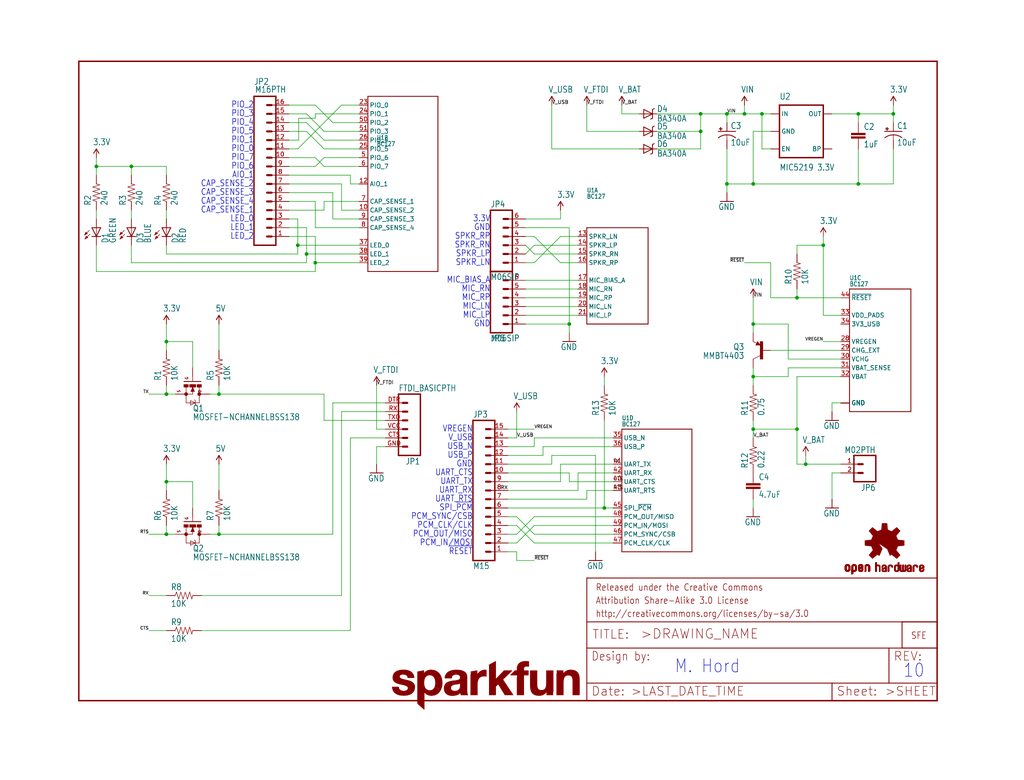
<source format=kicad_sch>
(kicad_sch (version 20211123) (generator eeschema)
  (paper "User" 297.002 226.263)
  (lib_symbols
    (symbol "schematicEagle-eagle-import:0.22OHM1{slash}4W1%(0805)"
      (property "Reference" "R" (at -3.81 1.4986 0))
      (property "Value" "0.22OHM1{slash}4W1%(0805)" (at -3.81 -3.302 0))
      (symbol "0.22OHM1{slash}4W1%(0805)_1_0"
        (pin passive line (at -5.08 0 0) (length 2.54) (name "1") (number "1"))
        (pin passive line (at 5.08 0 180) (length 2.54) (name "2") (number "2"))
      )
    )
    (symbol "schematicEagle-eagle-import:0.75OHM1{slash}4W1%(0805)"
      (property "Reference" "R" (at -3.81 1.4986 0))
      (property "Value" "0.75OHM1{slash}4W1%(0805)" (at -3.81 -3.302 0))
      (symbol "0.75OHM1{slash}4W1%(0805)_1_0"
        (pin passive line (at -5.08 0 0) (length 2.54) (name "1") (number "1"))
        (pin passive line (at 5.08 0 180) (length 2.54) (name "2") (number "2"))
      )
    )
    (symbol "schematicEagle-eagle-import:10KOHM1{slash}10W1%(0603)0603"
      (property "Reference" "R" (at -3.81 1.4986 0))
      (property "Value" "10KOHM1{slash}10W1%(0603)0603" (at -3.81 -3.302 0))
      (symbol "10KOHM1{slash}10W1%(0603)0603_1_0"
        (pin passive line (at -5.08 0 0) (length 2.54) (name "1") (number "1"))
        (pin passive line (at 5.08 0 180) (length 2.54) (name "2") (number "2"))
      )
    )
    (symbol "schematicEagle-eagle-import:10UF-16V-10%(TANT)"
      (property "Reference" "C" (at 1.016 0.635 0))
      (property "Value" "10UF-16V-10%(TANT)" (at 1.016 -4.191 0))
      (symbol "10UF-16V-10%(TANT)_1_0"
        (pin passive line (at 0 2.54 270) (length 2.54) (name "+") (number "A"))
        (pin passive line (at 0 -5.08 90) (length 2.54) (name "-") (number "C"))
      )
    )
    (symbol "schematicEagle-eagle-import:1UF-25V-10%(0805)"
      (property "Reference" "C" (at 1.524 2.921 0))
      (property "Value" "1UF-25V-10%(0805)" (at 1.524 -2.159 0))
      (symbol "1UF-25V-10%(0805)_1_0"
        (pin passive line (at 0 5.08 270) (length 2.54) (name "1") (number "1"))
        (pin passive line (at 0 -2.54 90) (length 2.54) (name "2") (number "2"))
      )
    )
    (symbol "schematicEagle-eagle-import:240OHM1{slash}10W1%(0603)"
      (property "Reference" "R" (at -3.81 1.4986 0))
      (property "Value" "240OHM1{slash}10W1%(0603)" (at -3.81 -3.302 0))
      (symbol "240OHM1{slash}10W1%(0603)_1_0"
        (pin passive line (at -5.08 0 0) (length 2.54) (name "1") (number "1"))
        (pin passive line (at 5.08 0 180) (length 2.54) (name "2") (number "2"))
      )
    )
    (symbol "schematicEagle-eagle-import:3.3V" (power)
      (property "Value" "3.3V" (at -1.016 3.556 0))
      (symbol "3.3V_1_0"
        (pin power_in line (at 0 0 90) (length 2.54) (name "3.3V") (number "1"))
      )
    )
    (symbol "schematicEagle-eagle-import:4.7UF-6.3V-10%(0603)0603"
      (property "Reference" "C" (at 1.524 2.921 0))
      (property "Value" "4.7UF-6.3V-10%(0603)0603" (at 1.524 -2.159 0))
      (symbol "4.7UF-6.3V-10%(0603)0603_1_0"
        (pin passive line (at 0 5.08 270) (length 2.54) (name "1") (number "1"))
        (pin passive line (at 0 -2.54 90) (length 2.54) (name "2") (number "2"))
      )
    )
    (symbol "schematicEagle-eagle-import:5V" (power)
      (property "Value" "5V" (at -1.016 3.556 0))
      (symbol "5V_1_0"
        (pin power_in line (at 0 0 90) (length 2.54) (name "5V") (number "1"))
      )
    )
    (symbol "schematicEagle-eagle-import:B340A"
      (property "Reference" "D" (at 2.54 0.4826 0))
      (property "Value" "B340A" (at 2.54 -2.3114 0))
      (symbol "B340A_1_0"
        (pin passive line (at -2.54 0 0) (length 2.54) (name "A") (number "A"))
        (pin passive line (at 2.54 0 180) (length 2.54) (name "C") (number "C"))
      )
    )
    (symbol "schematicEagle-eagle-import:BC127EXTRA_PASTE"
      (property "Reference" "U" (at 0 38.1 0))
      (property "Value" "BC127EXTRA_PASTE" (at 0 36.322 0))
      (symbol "BC127EXTRA_PASTE_1_0"
        (pin bidirectional line (at -2.54 25.4 0) (length 2.54) (name "SPKR_LN") (number "13"))
        (pin bidirectional line (at -2.54 22.86 0) (length 2.54) (name "SPKR_LP") (number "14"))
        (pin bidirectional line (at -2.54 20.32 0) (length 2.54) (name "SPKR_RN") (number "15"))
        (pin bidirectional line (at -2.54 17.78 0) (length 2.54) (name "SPKR_RP") (number "16"))
        (pin bidirectional line (at -2.54 12.7 0) (length 2.54) (name "MIC_BIAS_A") (number "17"))
        (pin bidirectional line (at -2.54 10.16 0) (length 2.54) (name "MIC_RN") (number "18"))
        (pin bidirectional line (at -2.54 7.62 0) (length 2.54) (name "MIC_RP") (number "19"))
        (pin bidirectional line (at -2.54 5.08 0) (length 2.54) (name "MIC_LN") (number "20"))
        (pin bidirectional line (at -2.54 2.54 0) (length 2.54) (name "MIC_LP") (number "21"))
      )
      (symbol "BC127EXTRA_PASTE_2_0"
        (pin bidirectional line (at -5.08 17.78 0) (length 2.54) (name "CAP_SENSE_2") (number "10"))
        (pin bidirectional line (at -5.08 25.4 0) (length 2.54) (name "AIO_1") (number "12"))
        (pin bidirectional line (at -5.08 48.26 0) (length 2.54) (name "PIO_0") (number "23"))
        (pin bidirectional line (at -5.08 45.72 0) (length 2.54) (name "PIO_1") (number "24"))
        (pin bidirectional line (at -5.08 35.56 0) (length 2.54) (name "PIO_5") (number "25"))
        (pin bidirectional line (at -5.08 38.1 0) (length 2.54) (name "PIO_4") (number "26"))
        (pin bidirectional line (at -5.08 7.62 0) (length 2.54) (name "LED_0") (number "37"))
        (pin bidirectional line (at -5.08 5.08 0) (length 2.54) (name "LED_1") (number "38"))
        (pin bidirectional line (at -5.08 2.54 0) (length 2.54) (name "LED_2") (number "39"))
        (pin bidirectional line (at -5.08 33.02 0) (length 2.54) (name "PIO_6") (number "5"))
        (pin bidirectional line (at -5.08 43.18 0) (length 2.54) (name "PIO_2") (number "50"))
        (pin bidirectional line (at -5.08 40.64 0) (length 2.54) (name "PIO_3") (number "51"))
        (pin bidirectional line (at -5.08 30.48 0) (length 2.54) (name "PIO_7") (number "6"))
        (pin bidirectional line (at -5.08 20.32 0) (length 2.54) (name "CAP_SENSE_1") (number "7"))
        (pin bidirectional line (at -5.08 12.7 0) (length 2.54) (name "CAP_SENSE_4") (number "8"))
        (pin bidirectional line (at -5.08 15.24 0) (length 2.54) (name "CAP_SENSE_3") (number "9"))
      )
      (symbol "BC127EXTRA_PASTE_3_0"
        (pin bidirectional line (at -2.54 2.54 0) (length 2.54) (name "GND") (number "1"))
        (pin bidirectional line (at -2.54 2.54 0) (length 2.54) (name "GND") (number "11"))
        (pin bidirectional line (at -2.54 2.54 0) (length 2.54) (name "GND") (number "2"))
        (pin bidirectional line (at -2.54 2.54 0) (length 2.54) (name "GND") (number "22"))
        (pin bidirectional line (at -2.54 2.54 0) (length 2.54) (name "GND") (number "27"))
        (pin bidirectional line (at -2.54 20.32 0) (length 2.54) (name "VREGEN") (number "28"))
        (pin bidirectional line (at -2.54 17.78 0) (length 2.54) (name "CHG_EXT") (number "29"))
        (pin bidirectional line (at -2.54 2.54 0) (length 2.54) (name "GND") (number "3"))
        (pin bidirectional line (at -2.54 15.24 0) (length 2.54) (name "VCHG") (number "30"))
        (pin bidirectional line (at -2.54 12.7 0) (length 2.54) (name "VBAT_SENSE") (number "31"))
        (pin bidirectional line (at -2.54 10.16 0) (length 2.54) (name "VBAT") (number "32"))
        (pin bidirectional line (at -2.54 27.94 0) (length 2.54) (name "VDD_PADS") (number "33"))
        (pin bidirectional line (at -2.54 25.4 0) (length 2.54) (name "3V3_USB") (number "34"))
        (pin bidirectional line (at -2.54 2.54 0) (length 2.54) (name "GND") (number "4"))
        (pin bidirectional line (at -2.54 33.02 0) (length 2.54) (name "~{RESET}") (number "44"))
      )
      (symbol "BC127EXTRA_PASTE_4_0"
        (pin bidirectional line (at -2.54 33.02 0) (length 2.54) (name "USB_N") (number "35"))
        (pin bidirectional line (at -2.54 30.48 0) (length 2.54) (name "USB_P") (number "36"))
        (pin bidirectional line (at -2.54 20.32 0) (length 2.54) (name "UART_CTS") (number "40"))
        (pin bidirectional line (at -2.54 25.4 0) (length 2.54) (name "UART_TX") (number "41"))
        (pin bidirectional line (at -2.54 22.86 0) (length 2.54) (name "UART_RX") (number "42"))
        (pin bidirectional line (at -2.54 17.78 0) (length 2.54) (name "UART_RTS") (number "43"))
        (pin bidirectional line (at -2.54 12.7 0) (length 2.54) (name "SPI_~{PCM}") (number "45"))
        (pin bidirectional line (at -2.54 5.08 0) (length 2.54) (name "PCM_SYNC/CSB") (number "46"))
        (pin bidirectional line (at -2.54 2.54 0) (length 2.54) (name "PCM_CLK/CLK") (number "47"))
        (pin bidirectional line (at -2.54 10.16 0) (length 2.54) (name "PCM_OUT/MISO") (number "48"))
        (pin bidirectional line (at -2.54 7.62 0) (length 2.54) (name "PCM_IN/MOSI") (number "49"))
      )
    )
    (symbol "schematicEagle-eagle-import:FRAME-LETTER"
      (symbol "FRAME-LETTER_2_0"
        (text ">DRAWING_NAME" (at 15.494 17.78 0) (effects (font (size 2.7432 2.7432)) (justify left bottom)))
        (text ">LAST_DATE_TIME" (at 12.7 1.27 0) (effects (font (size 2.54 2.54)) (justify left bottom)))
        (text ">SHEET" (at 86.36 1.27 0) (effects (font (size 2.54 2.54)) (justify left bottom)))
        (text "Attribution Share-Alike 3.0 License" (at 2.54 27.94 0) (effects (font (size 1.9304 1.6408)) (justify left bottom)))
        (text "Date:" (at 1.27 1.27 0) (effects (font (size 2.54 2.54)) (justify left bottom)))
        (text "Design by:" (at 1.27 11.43 0) (effects (font (size 2.54 2.159)) (justify left bottom)))
        (text "http://creativecommons.org/licenses/by-sa/3.0" (at 2.54 24.13 0) (effects (font (size 1.9304 1.6408)) (justify left bottom)))
        (text "Released under the Creative Commons" (at 2.54 31.75 0) (effects (font (size 1.9304 1.6408)) (justify left bottom)))
        (text "REV:" (at 88.9 11.43 0) (effects (font (size 2.54 2.54)) (justify left bottom)))
        (text "Sheet:" (at 72.39 1.27 0) (effects (font (size 2.54 2.54)) (justify left bottom)))
        (text "TITLE:" (at 1.524 17.78 0) (effects (font (size 2.54 2.54)) (justify left bottom)))
      )
    )
    (symbol "schematicEagle-eagle-import:FTDI_BASICPTH"
      (property "Reference" "JP" (at -5.08 10.922 0))
      (property "Value" "FTDI_BASICPTH" (at -5.08 -10.16 0))
      (symbol "FTDI_BASICPTH_1_0"
        (pin passive line (at 5.08 5.08 180) (length 5.08) (name "5") (number "CTS"))
        (pin passive line (at 5.08 -5.08 180) (length 5.08) (name "1") (number "DTR"))
        (pin passive line (at 5.08 7.62 180) (length 5.08) (name "6") (number "GND"))
        (pin passive line (at 5.08 -2.54 180) (length 5.08) (name "2") (number "RXI"))
        (pin passive line (at 5.08 0 180) (length 5.08) (name "3") (number "TXO"))
        (pin passive line (at 5.08 2.54 180) (length 5.08) (name "4") (number "VCC"))
      )
    )
    (symbol "schematicEagle-eagle-import:GND" (power)
      (property "Value" "GND" (at -2.54 -2.54 0))
      (symbol "GND_1_0"
        (pin power_in line (at 0 2.54 270) (length 2.54) (name "GND") (number "1"))
      )
    )
    (symbol "schematicEagle-eagle-import:LED-BLUE0603"
      (property "Reference" "D" (at 3.556 -4.572 90))
      (property "Value" "LED-BLUE0603" (at 5.715 -4.572 90))
      (symbol "LED-BLUE0603_1_0"
        (pin passive line (at 0 2.54 270) (length 2.54) (name "A") (number "A"))
        (pin passive line (at 0 -5.08 90) (length 2.54) (name "C") (number "C"))
      )
    )
    (symbol "schematicEagle-eagle-import:LED-GREEN0603"
      (property "Reference" "D" (at 3.556 -4.572 90))
      (property "Value" "LED-GREEN0603" (at 5.715 -4.572 90))
      (symbol "LED-GREEN0603_1_0"
        (pin passive line (at 0 2.54 270) (length 2.54) (name "A") (number "A"))
        (pin passive line (at 0 -5.08 90) (length 2.54) (name "C") (number "C"))
      )
    )
    (symbol "schematicEagle-eagle-import:LED-RED0603"
      (property "Reference" "D" (at 3.556 -4.572 90))
      (property "Value" "LED-RED0603" (at 5.715 -4.572 90))
      (symbol "LED-RED0603_1_0"
        (pin passive line (at 0 2.54 270) (length 2.54) (name "A") (number "A"))
        (pin passive line (at 0 -5.08 90) (length 2.54) (name "C") (number "C"))
      )
    )
    (symbol "schematicEagle-eagle-import:LOGO-SFENEW"
      (symbol "LOGO-SFENEW_1_0"
        (text "SFE" (at 0 0 0) (effects (font (size 1.9304 1.6408)) (justify left bottom)))
      )
    )
    (symbol "schematicEagle-eagle-import:M02PTH"
      (property "Reference" "JP" (at -2.54 5.842 0))
      (property "Value" "M02PTH" (at -2.54 -5.08 0))
      (symbol "M02PTH_1_0"
        (pin passive line (at 7.62 0 180) (length 5.08) (name "1") (number "1"))
        (pin passive line (at 7.62 2.54 180) (length 5.08) (name "2") (number "2"))
      )
    )
    (symbol "schematicEagle-eagle-import:M06SIP"
      (property "Reference" "JP" (at -5.08 10.922 0))
      (property "Value" "M06SIP" (at -5.08 -10.16 0))
      (symbol "M06SIP_1_0"
        (pin passive line (at 5.08 -5.08 180) (length 5.08) (name "1") (number "1"))
        (pin passive line (at 5.08 -2.54 180) (length 5.08) (name "2") (number "2"))
        (pin passive line (at 5.08 0 180) (length 5.08) (name "3") (number "3"))
        (pin passive line (at 5.08 2.54 180) (length 5.08) (name "4") (number "4"))
        (pin passive line (at 5.08 5.08 180) (length 5.08) (name "5") (number "5"))
        (pin passive line (at 5.08 7.62 180) (length 5.08) (name "6") (number "6"))
      )
    )
    (symbol "schematicEagle-eagle-import:M15"
      (property "Reference" "JP" (at 0 21.082 0))
      (property "Value" "M15" (at 0 -22.86 0))
      (symbol "M15_1_0"
        (pin passive line (at 10.16 -17.78 180) (length 5.08) (name "1") (number "1"))
        (pin passive line (at 10.16 5.08 180) (length 5.08) (name "10") (number "10"))
        (pin passive line (at 10.16 7.62 180) (length 5.08) (name "11") (number "11"))
        (pin passive line (at 10.16 10.16 180) (length 5.08) (name "12") (number "12"))
        (pin passive line (at 10.16 12.7 180) (length 5.08) (name "13") (number "13"))
        (pin passive line (at 10.16 15.24 180) (length 5.08) (name "14") (number "14"))
        (pin passive line (at 10.16 17.78 180) (length 5.08) (name "15") (number "15"))
        (pin passive line (at 10.16 -15.24 180) (length 5.08) (name "2") (number "2"))
        (pin passive line (at 10.16 -12.7 180) (length 5.08) (name "3") (number "3"))
        (pin passive line (at 10.16 -10.16 180) (length 5.08) (name "4") (number "4"))
        (pin passive line (at 10.16 -7.62 180) (length 5.08) (name "5") (number "5"))
        (pin passive line (at 10.16 -5.08 180) (length 5.08) (name "6") (number "6"))
        (pin passive line (at 10.16 -2.54 180) (length 5.08) (name "7") (number "7"))
        (pin passive line (at 10.16 0 180) (length 5.08) (name "8") (number "8"))
        (pin passive line (at 10.16 2.54 180) (length 5.08) (name "9") (number "9"))
      )
    )
    (symbol "schematicEagle-eagle-import:M16PTH"
      (property "Reference" "JP" (at 0 21.082 0))
      (property "Value" "M16PTH" (at 0 -25.4 0))
      (symbol "M16PTH_1_0"
        (pin passive line (at 10.16 -20.32 180) (length 5.08) (name "1") (number "1"))
        (pin passive line (at 10.16 2.54 180) (length 5.08) (name "10") (number "10"))
        (pin passive line (at 10.16 5.08 180) (length 5.08) (name "11") (number "11"))
        (pin passive line (at 10.16 7.62 180) (length 5.08) (name "12") (number "12"))
        (pin passive line (at 10.16 10.16 180) (length 5.08) (name "13") (number "13"))
        (pin passive line (at 10.16 12.7 180) (length 5.08) (name "14") (number "14"))
        (pin passive line (at 10.16 15.24 180) (length 5.08) (name "15") (number "15"))
        (pin passive line (at 10.16 17.78 180) (length 5.08) (name "16") (number "16"))
        (pin passive line (at 10.16 -17.78 180) (length 5.08) (name "2") (number "2"))
        (pin passive line (at 10.16 -15.24 180) (length 5.08) (name "3") (number "3"))
        (pin passive line (at 10.16 -12.7 180) (length 5.08) (name "4") (number "4"))
        (pin passive line (at 10.16 -10.16 180) (length 5.08) (name "5") (number "5"))
        (pin passive line (at 10.16 -7.62 180) (length 5.08) (name "6") (number "6"))
        (pin passive line (at 10.16 -5.08 180) (length 5.08) (name "7") (number "7"))
        (pin passive line (at 10.16 -2.54 180) (length 5.08) (name "8") (number "8"))
        (pin passive line (at 10.16 0 180) (length 5.08) (name "9") (number "9"))
      )
    )
    (symbol "schematicEagle-eagle-import:MOSFET-NCHANNELBSS138"
      (property "Reference" "Q" (at 5.08 2.54 0))
      (property "Value" "MOSFET-NCHANNELBSS138" (at 5.08 0 0))
      (symbol "MOSFET-NCHANNELBSS138_1_0"
        (text "D" (at -1.27 2.54 0) (effects (font (size 0.8128 0.6908)) (justify left bottom)))
        (text "G" (at -5.08 -1.27 0) (effects (font (size 0.8128 0.6908)) (justify left bottom)))
        (text "S" (at -1.27 -3.556 0) (effects (font (size 0.8128 0.6908)) (justify left bottom)))
        (pin passive line (at -7.62 0 0) (length 2.54) (name "G") (number "1"))
        (pin passive line (at 0 -5.08 90) (length 2.54) (name "S") (number "2"))
        (pin passive line (at 0 5.08 270) (length 2.54) (name "D") (number "3"))
      )
    )
    (symbol "schematicEagle-eagle-import:OSHW-LOGOM")
    (symbol "schematicEagle-eagle-import:SFE_LOGO_NAME.1_INCH")
    (symbol "schematicEagle-eagle-import:TRANSISTOR_PNPMMBT4403"
      (property "Reference" "Q" (at 5.08 0 0))
      (property "Value" "TRANSISTOR_PNPMMBT4403" (at 5.08 -2.54 0))
      (symbol "TRANSISTOR_PNPMMBT4403_1_0"
        (pin passive line (at -2.54 0 0) (length 2.54) (name "B") (number "1"))
        (pin passive line (at 2.54 5.08 270) (length 2.54) (name "E") (number "2"))
        (pin passive line (at 2.54 -5.08 90) (length 2.54) (name "C") (number "3"))
      )
    )
    (symbol "schematicEagle-eagle-import:V_REG_MIC52193.3V"
      (property "Reference" "U" (at -7.62 9.144 0))
      (property "Value" "V_REG_MIC52193.3V" (at -7.62 -11.43 0))
      (symbol "V_REG_MIC52193.3V_1_0"
        (pin input line (at -10.16 5.08 0) (length 2.54) (name "IN") (number "1"))
        (pin input line (at -10.16 0 0) (length 2.54) (name "GND") (number "2"))
        (pin input line (at -10.16 -5.08 0) (length 2.54) (name "EN") (number "3"))
        (pin input line (at 7.62 -5.08 180) (length 2.54) (name "BP") (number "4"))
        (pin passive line (at 7.62 5.08 180) (length 2.54) (name "OUT") (number "5"))
      )
    )
  )
  (junction (at 91.44 76.2))
  (junction (at 165.1 93.98))
  (junction (at 38.1 48.26))
  (junction (at 238.76 71.12))
  (junction (at 215.9 33.02))
  (junction (at 231.14 86.36))
  (junction (at 27.94 48.26))
  (junction (at 86.36 71.12))
  (junction (at 48.26 114.3))
  (junction (at 175.26 147.32))
  (junction (at 248.92 33.02))
  (junction (at 259.08 33.02))
  (junction (at 48.26 99.06))
  (junction (at 210.82 53.34))
  (junction (at 63.5 154.94))
  (junction (at 48.26 154.94))
  (junction (at 218.44 124.46))
  (junction (at 218.44 109.22))
  (junction (at 88.9 73.66))
  (junction (at 248.92 53.34))
  (junction (at 210.82 33.02))
  (junction (at 203.2 33.02))
  (junction (at 203.2 38.1))
  (junction (at 218.44 53.34))
  (junction (at 233.68 134.62))
  (junction (at 218.44 93.98))
  (junction (at 231.14 124.46))
  (junction (at 220.98 33.02))
  (junction (at 63.5 114.3))
  (junction (at 48.26 139.7))
  (wire (pts (xy 215.9 33.02) (xy 220.98 33.02)))
  (wire (pts (xy 218.44 109.22) (xy 228.6 109.22)))
  (wire (pts (xy 238.76 71.12) (xy 231.14 71.12)))
  (wire (pts (xy 177.8 134.62) (xy 162.56 134.62)))
  (wire (pts (xy 170.18 144.78) (xy 147.32 144.78)))
  (wire (pts (xy 165.1 137.16) (xy 147.32 137.16)))
  (wire (pts (xy 101.6 53.34) (xy 104.14 53.34)))
  (wire (pts (xy 38.1 76.2) (xy 88.9 76.2)))
  (wire (pts (xy 165.1 93.98) (xy 165.1 96.52)))
  (wire (pts (xy 231.14 124.46) (xy 231.14 109.22)))
  (wire (pts (xy 104.14 40.64) (xy 93.98 40.64)))
  (wire (pts (xy 48.26 172.72) (xy 43.18 172.72)))
  (wire (pts (xy 231.14 86.36) (xy 223.52 86.36)))
  (wire (pts (xy 177.8 152.4) (xy 154.94 152.4)))
  (wire (pts (xy 223.52 43.18) (xy 220.98 43.18)))
  (wire (pts (xy 101.6 182.88) (xy 101.6 127)))
  (wire (pts (xy 162.56 68.58) (xy 154.94 76.2)))
  (wire (pts (xy 93.98 43.18) (xy 88.9 38.1)))
  (wire (pts (xy 93.98 45.72) (xy 104.14 45.72)))
  (wire (pts (xy 104.14 43.18) (xy 93.98 43.18)))
  (wire (pts (xy 99.06 119.38) (xy 111.76 119.38)))
  (wire (pts (xy 101.6 50.8) (xy 101.6 53.34)))
  (wire (pts (xy 190.5 38.1) (xy 203.2 38.1)))
  (wire (pts (xy 58.42 172.72) (xy 99.06 172.72)))
  (wire (pts (xy 91.44 45.72) (xy 83.82 45.72)))
  (wire (pts (xy 231.14 83.82) (xy 231.14 86.36)))
  (wire (pts (xy 154.94 154.94) (xy 149.86 149.86)))
  (wire (pts (xy 203.2 38.1) (xy 203.2 33.02)))
  (wire (pts (xy 91.44 48.26) (xy 93.98 45.72)))
  (wire (pts (xy 50.8 114.3) (xy 48.26 114.3)))
  (wire (pts (xy 248.92 53.34) (xy 248.92 43.18)))
  (wire (pts (xy 228.6 93.98) (xy 228.6 104.14)))
  (wire (pts (xy 109.22 129.54) (xy 111.76 129.54)))
  (wire (pts (xy 99.06 30.48) (xy 86.36 43.18)))
  (wire (pts (xy 83.82 68.58) (xy 91.44 68.58)))
  (wire (pts (xy 48.26 99.06) (xy 48.26 93.98)))
  (wire (pts (xy 218.44 147.32) (xy 218.44 144.78)))
  (wire (pts (xy 50.8 154.94) (xy 48.26 154.94)))
  (wire (pts (xy 203.2 33.02) (xy 210.82 33.02)))
  (wire (pts (xy 91.44 34.29) (xy 91.44 33.02)))
  (wire (pts (xy 231.14 71.12) (xy 231.14 73.66)))
  (wire (pts (xy 99.06 60.96) (xy 104.14 60.96)))
  (wire (pts (xy 96.52 116.84) (xy 111.76 116.84)))
  (wire (pts (xy 149.86 157.48) (xy 154.94 152.4)))
  (wire (pts (xy 177.8 154.94) (xy 154.94 154.94)))
  (wire (pts (xy 162.56 63.5) (xy 162.56 60.96)))
  (wire (pts (xy 147.32 142.24) (xy 167.64 142.24)))
  (wire (pts (xy 160.02 43.18) (xy 185.42 43.18)))
  (wire (pts (xy 218.44 127) (xy 218.44 124.46)))
  (wire (pts (xy 86.36 71.12) (xy 104.14 71.12)))
  (wire (pts (xy 152.4 88.9) (xy 167.64 88.9)))
  (wire (pts (xy 190.5 33.02) (xy 203.2 33.02)))
  (wire (pts (xy 149.86 127) (xy 149.86 119.38)))
  (wire (pts (xy 48.26 139.7) (xy 48.26 142.24)))
  (wire (pts (xy 27.94 60.96) (xy 27.94 63.5)))
  (wire (pts (xy 210.82 53.34) (xy 210.82 55.88)))
  (wire (pts (xy 48.26 71.12) (xy 48.26 73.66)))
  (wire (pts (xy 48.26 152.4) (xy 48.26 154.94)))
  (wire (pts (xy 160.02 30.48) (xy 160.02 43.18)))
  (wire (pts (xy 86.614 34.29) (xy 86.614 40.64)))
  (wire (pts (xy 243.84 99.06) (xy 238.76 99.06)))
  (wire (pts (xy 63.5 152.4) (xy 63.5 154.94)))
  (wire (pts (xy 88.9 73.66) (xy 104.14 73.66)))
  (wire (pts (xy 38.1 71.12) (xy 38.1 76.2)))
  (wire (pts (xy 93.98 121.92) (xy 111.76 121.92)))
  (wire (pts (xy 104.14 38.1) (xy 93.98 38.1)))
  (wire (pts (xy 167.64 137.16) (xy 177.8 137.16)))
  (wire (pts (xy 147.32 124.46) (xy 154.94 124.46)))
  (wire (pts (xy 109.22 124.46) (xy 111.76 124.46)))
  (wire (pts (xy 210.82 53.34) (xy 218.44 53.34)))
  (wire (pts (xy 167.64 68.58) (xy 162.56 68.58)))
  (wire (pts (xy 170.18 38.1) (xy 185.42 38.1)))
  (wire (pts (xy 218.44 93.98) (xy 218.44 96.52)))
  (wire (pts (xy 55.88 106.68) (xy 55.88 99.06)))
  (wire (pts (xy 83.82 60.96) (xy 93.98 60.96)))
  (wire (pts (xy 160.02 132.08) (xy 172.72 132.08)))
  (wire (pts (xy 248.92 33.02) (xy 248.92 35.56)))
  (wire (pts (xy 154.94 71.12) (xy 152.4 73.66)))
  (wire (pts (xy 93.98 58.42) (xy 93.98 60.96)))
  (wire (pts (xy 101.6 127) (xy 111.76 127)))
  (wire (pts (xy 177.8 139.7) (xy 165.1 139.7)))
  (wire (pts (xy 88.9 76.2) (xy 88.9 73.66)))
  (wire (pts (xy 154.94 73.66) (xy 152.4 71.12)))
  (wire (pts (xy 218.44 124.46) (xy 218.44 121.92)))
  (wire (pts (xy 109.22 111.76) (xy 109.22 124.46)))
  (wire (pts (xy 154.94 149.86) (xy 149.86 154.94)))
  (wire (pts (xy 93.98 48.26) (xy 91.44 45.72)))
  (wire (pts (xy 48.26 99.06) (xy 48.26 101.6)))
  (wire (pts (xy 175.26 109.22) (xy 175.26 111.76)))
  (wire (pts (xy 152.4 83.82) (xy 167.64 83.82)))
  (wire (pts (xy 48.26 111.76) (xy 48.26 114.3)))
  (wire (pts (xy 88.9 35.56) (xy 83.82 35.56)))
  (wire (pts (xy 149.86 154.94) (xy 147.32 154.94)))
  (wire (pts (xy 228.6 109.22) (xy 228.6 106.68)))
  (wire (pts (xy 157.48 132.08) (xy 157.48 129.54)))
  (wire (pts (xy 177.8 157.48) (xy 154.94 157.48)))
  (wire (pts (xy 104.14 35.56) (xy 96.52 35.56)))
  (wire (pts (xy 170.18 142.24) (xy 170.18 144.78)))
  (wire (pts (xy 63.5 114.3) (xy 60.96 114.3)))
  (wire (pts (xy 152.4 91.44) (xy 167.64 91.44)))
  (wire (pts (xy 91.44 66.04) (xy 91.44 58.42)))
  (wire (pts (xy 109.22 134.62) (xy 109.22 129.54)))
  (wire (pts (xy 91.44 58.42) (xy 83.82 58.42)))
  (wire (pts (xy 210.82 43.18) (xy 210.82 53.34)))
  (wire (pts (xy 63.5 154.94) (xy 96.52 154.94)))
  (wire (pts (xy 223.52 38.1) (xy 218.44 38.1)))
  (wire (pts (xy 149.86 160.02) (xy 149.86 162.56)))
  (wire (pts (xy 231.14 109.22) (xy 243.84 109.22)))
  (wire (pts (xy 91.44 34.29) (xy 86.614 34.29)))
  (wire (pts (xy 63.5 101.6) (xy 63.5 93.98)))
  (wire (pts (xy 167.64 76.2) (xy 162.56 76.2)))
  (wire (pts (xy 210.82 33.02) (xy 210.82 35.56)))
  (wire (pts (xy 55.88 139.7) (xy 48.26 139.7)))
  (wire (pts (xy 86.36 63.5) (xy 86.36 71.12)))
  (wire (pts (xy 152.4 93.98) (xy 165.1 93.98)))
  (wire (pts (xy 157.48 129.54) (xy 177.8 129.54)))
  (wire (pts (xy 152.4 86.36) (xy 167.64 86.36)))
  (wire (pts (xy 167.64 73.66) (xy 154.94 73.66)))
  (wire (pts (xy 233.68 134.62) (xy 243.84 134.62)))
  (wire (pts (xy 238.76 91.44) (xy 243.84 91.44)))
  (wire (pts (xy 177.8 147.32) (xy 175.26 147.32)))
  (wire (pts (xy 228.6 106.68) (xy 243.84 106.68)))
  (wire (pts (xy 88.9 38.1) (xy 83.82 38.1)))
  (wire (pts (xy 83.82 63.5) (xy 86.36 63.5)))
  (wire (pts (xy 88.9 33.02) (xy 83.82 33.02)))
  (wire (pts (xy 104.14 48.26) (xy 93.98 48.26)))
  (wire (pts (xy 38.1 48.26) (xy 48.26 48.26)))
  (wire (pts (xy 248.92 33.02) (xy 259.08 33.02)))
  (wire (pts (xy 223.52 86.36) (xy 223.52 76.2)))
  (wire (pts (xy 154.94 129.54) (xy 147.32 129.54)))
  (wire (pts (xy 228.6 104.14) (xy 243.84 104.14)))
  (wire (pts (xy 220.98 33.02) (xy 223.52 33.02)))
  (wire (pts (xy 177.8 127) (xy 154.94 127)))
  (wire (pts (xy 93.98 114.3) (xy 93.98 121.92)))
  (wire (pts (xy 63.5 114.3) (xy 93.98 114.3)))
  (wire (pts (xy 218.44 109.22) (xy 218.44 111.76)))
  (wire (pts (xy 99.06 53.34) (xy 83.82 53.34)))
  (wire (pts (xy 91.44 30.48) (xy 83.82 30.48)))
  (wire (pts (xy 177.8 149.86) (xy 154.94 149.86)))
  (wire (pts (xy 63.5 142.24) (xy 63.5 134.62)))
  (wire (pts (xy 190.5 43.18) (xy 203.2 43.18)))
  (wire (pts (xy 104.14 33.02) (xy 91.44 33.02)))
  (wire (pts (xy 147.32 132.08) (xy 157.48 132.08)))
  (wire (pts (xy 165.1 139.7) (xy 165.1 137.16)))
  (wire (pts (xy 58.42 182.88) (xy 101.6 182.88)))
  (wire (pts (xy 215.9 30.48) (xy 215.9 33.02)))
  (wire (pts (xy 86.36 73.66) (xy 86.36 71.12)))
  (wire (pts (xy 167.64 71.12) (xy 154.94 71.12)))
  (wire (pts (xy 149.86 152.4) (xy 154.94 157.48)))
  (wire (pts (xy 27.94 48.26) (xy 38.1 48.26)))
  (wire (pts (xy 210.82 33.02) (xy 215.9 33.02)))
  (wire (pts (xy 38.1 48.26) (xy 38.1 50.8)))
  (wire (pts (xy 175.26 121.92) (xy 175.26 147.32)))
  (wire (pts (xy 99.06 60.96) (xy 99.06 53.34)))
  (wire (pts (xy 180.34 30.48) (xy 180.34 33.02)))
  (wire (pts (xy 104.14 58.42) (xy 93.98 58.42)))
  (wire (pts (xy 165.1 66.04) (xy 152.4 66.04)))
  (wire (pts (xy 220.98 43.18) (xy 220.98 33.02)))
  (wire (pts (xy 231.14 86.36) (xy 243.84 86.36)))
  (wire (pts (xy 48.26 73.66) (xy 86.36 73.66)))
  (wire (pts (xy 99.06 172.72) (xy 99.06 119.38)))
  (wire (pts (xy 86.614 40.64) (xy 83.82 40.64)))
  (wire (pts (xy 160.02 134.62) (xy 160.02 132.08)))
  (wire (pts (xy 63.5 154.94) (xy 60.96 154.94)))
  (wire (pts (xy 241.3 137.16) (xy 241.3 144.78)))
  (wire (pts (xy 218.44 38.1) (xy 218.44 53.34)))
  (wire (pts (xy 55.88 147.32) (xy 55.88 139.7)))
  (wire (pts (xy 243.84 137.16) (xy 241.3 137.16)))
  (wire (pts (xy 27.94 48.26) (xy 27.94 50.8)))
  (wire (pts (xy 149.86 149.86) (xy 147.32 149.86)))
  (wire (pts (xy 147.32 152.4) (xy 149.86 152.4)))
  (wire (pts (xy 238.76 68.58) (xy 238.76 71.12)))
  (wire (pts (xy 177.8 142.24) (xy 170.18 142.24)))
  (wire (pts (xy 91.44 66.04) (xy 104.14 66.04)))
  (wire (pts (xy 165.1 93.98) (xy 165.1 66.04)))
  (wire (pts (xy 27.94 45.72) (xy 27.94 48.26)))
  (wire (pts (xy 162.56 139.7) (xy 147.32 139.7)))
  (wire (pts (xy 96.52 35.56) (xy 91.44 30.48)))
  (wire (pts (xy 48.26 154.94) (xy 43.18 154.94)))
  (wire (pts (xy 48.26 48.26) (xy 48.26 50.8)))
  (wire (pts (xy 48.26 182.88) (xy 43.18 182.88)))
  (wire (pts (xy 218.44 124.46) (xy 231.14 124.46)))
  (wire (pts (xy 147.32 160.02) (xy 149.86 160.02)))
  (wire (pts (xy 152.4 63.5) (xy 162.56 63.5)))
  (wire (pts (xy 91.44 76.2) (xy 104.14 76.2)))
  (wire (pts (xy 96.52 154.94) (xy 96.52 116.84)))
  (wire (pts (xy 238.76 71.12) (xy 238.76 91.44)))
  (wire (pts (xy 149.86 162.56) (xy 154.94 162.56)))
  (wire (pts (xy 167.64 142.24) (xy 167.64 137.16)))
  (wire (pts (xy 83.82 48.26) (xy 91.44 48.26)))
  (wire (pts (xy 241.3 33.02) (xy 248.92 33.02)))
  (wire (pts (xy 233.68 132.08) (xy 233.68 134.62)))
  (wire (pts (xy 231.14 124.46) (xy 231.14 134.62)))
  (wire (pts (xy 154.94 127) (xy 154.94 129.54)))
  (wire (pts (xy 96.52 63.5) (xy 104.14 63.5)))
  (wire (pts (xy 38.1 60.96) (xy 38.1 63.5)))
  (wire (pts (xy 231.14 134.62) (xy 233.68 134.62)))
  (wire (pts (xy 147.32 147.32) (xy 175.26 147.32)))
  (wire (pts (xy 152.4 81.28) (xy 167.64 81.28)))
  (wire (pts (xy 218.44 106.68) (xy 218.44 109.22)))
  (wire (pts (xy 218.44 93.98) (xy 228.6 93.98)))
  (wire (pts (xy 86.36 43.18) (xy 83.82 43.18)))
  (wire (pts (xy 91.44 78.74) (xy 91.44 76.2)))
  (wire (pts (xy 48.26 139.7) (xy 48.26 134.62)))
  (wire (pts (xy 63.5 111.76) (xy 63.5 114.3)))
  (wire (pts (xy 104.14 30.48) (xy 99.06 30.48)))
  (wire (pts (xy 259.08 33.02) (xy 259.08 35.56)))
  (wire (pts (xy 83.82 50.8) (xy 101.6 50.8)))
  (wire (pts (xy 259.08 30.48) (xy 259.08 33.02)))
  (wire (pts (xy 83.82 66.04) (xy 88.9 66.04)))
  (wire (pts (xy 147.32 127) (xy 149.86 127)))
  (wire (pts (xy 162.56 134.62) (xy 162.56 139.7)))
  (wire (pts (xy 259.08 53.34) (xy 259.08 43.18)))
  (wire (pts (xy 154.94 68.58) (xy 152.4 68.58)))
  (wire (pts (xy 172.72 132.08) (xy 172.72 160.02)))
  (wire (pts (xy 162.56 76.2) (xy 154.94 68.58)))
  (wire (pts (xy 223.52 76.2) (xy 215.9 76.2)))
  (wire (pts (xy 96.52 55.88) (xy 83.82 55.88)))
  (wire (pts (xy 243.84 116.84) (xy 241.3 116.84)))
  (wire (pts (xy 180.34 33.02) (xy 185.42 33.02)))
  (wire (pts (xy 96.52 63.5) (xy 96.52 55.88)))
  (wire (pts (xy 88.9 66.04) (xy 88.9 73.66)))
  (wire (pts (xy 218.44 53.34) (xy 248.92 53.34)))
  (wire (pts (xy 48.26 114.3) (xy 43.18 114.3)))
  (wire (pts (xy 218.44 86.36) (xy 218.44 93.98)))
  (wire (pts (xy 48.26 60.96) (xy 48.26 63.5)))
  (wire (pts (xy 203.2 43.18) (xy 203.2 38.1)))
  (wire (pts (xy 223.52 101.6) (xy 243.84 101.6)))
  (wire (pts (xy 241.3 116.84) (xy 241.3 119.38)))
  (wire (pts (xy 27.94 78.74) (xy 91.44 78.74)))
  (wire (pts (xy 27.94 71.12) (xy 27.94 78.74)))
  (wire (pts (xy 170.18 30.48) (xy 170.18 38.1)))
  (wire (pts (xy 91.44 68.58) (xy 91.44 76.2)))
  (wire (pts (xy 93.98 38.1) (xy 88.9 33.02)))
  (wire (pts (xy 93.98 40.64) (xy 88.9 35.56)))
  (wire (pts (xy 147.32 157.48) (xy 149.86 157.48)))
  (wire (pts (xy 147.32 134.62) (xy 160.02 134.62)))
  (wire (pts (xy 55.88 99.06) (xy 48.26 99.06)))
  (wire (pts (xy 248.92 53.34) (xy 259.08 53.34)))
  (wire (pts (xy 154.94 76.2) (xy 152.4 76.2)))
  (text "UART_RX" (at 137.16 142.24 180) (effects (font (size 1.778 1.5113)) (justify right)))
  (text "PCM_OUT/MISO" (at 137.16 154.94 180) (effects (font (size 1.778 1.5113)) (justify right)))
  (text "VREGEN" (at 137.16 124.46 180) (effects (font (size 1.778 1.5113)) (justify right)))
  (text "CAP_SENSE_1" (at 73.66 60.96 180) (effects (font (size 1.778 1.5113)) (justify right)))
  (text "GND" (at 142.24 66.04 180) (effects (font (size 1.778 1.5113)) (justify right)))
  (text "V_USB" (at 137.16 127 180) (effects (font (size 1.778 1.5113)) (justify right)))
  (text "SPKR_RN" (at 142.24 71.12 180) (effects (font (size 1.778 1.5113)) (justify right)))
  (text "USB_P" (at 137.16 132.08 180) (effects (font (size 1.778 1.5113)) (justify right)))
  (text "PCM_CLK/CLK" (at 137.16 152.4 180) (effects (font (size 1.778 1.5113)) (justify right)))
  (text "SPKR_RP" (at 142.24 68.58 180) (effects (font (size 1.778 1.5113)) (justify right)))
  (text "UART_RTS" (at 137.16 144.78 180) (effects (font (size 1.778 1.5113)) (justify right)))
  (text "PIO_4" (at 73.66 35.56 180) (effects (font (size 1.778 1.5113)) (justify right)))
  (text "PIO_6" (at 73.66 48.26 180) (effects (font (size 1.778 1.5113)) (justify right)))
  (text "MIC_BIAS_A" (at 142.24 81.28 180) (effects (font (size 1.778 1.5113)) (justify right)))
  (text "LED_1" (at 73.66 66.04 180) (effects (font (size 1.778 1.5113)) (justify right)))
  (text "LED_2" (at 73.66 68.58 180) (effects (font (size 1.778 1.5113)) (justify right)))
  (text "M. Hord" (at 195.58 195.58 180) (effects (font (size 3.81 3.2385)) (justify left bottom)))
  (text "PIO_7" (at 73.66 45.72 180) (effects (font (size 1.778 1.5113)) (justify right)))
  (text "CAP_SENSE_3" (at 73.66 55.88 180) (effects (font (size 1.778 1.5113)) (justify right)))
  (text "CAP_SENSE_4" (at 73.66 58.42 180) (effects (font (size 1.778 1.5113)) (justify right)))
  (text "MIC_LN" (at 142.24 88.9 180) (effects (font (size 1.778 1.5113)) (justify right)))
  (text "UART_TX" (at 137.16 139.7 180) (effects (font (size 1.778 1.5113)) (justify right)))
  (text "UART_CTS" (at 137.16 137.16 180) (effects (font (size 1.778 1.5113)) (justify right)))
  (text "PCM_SYNC/CSB" (at 137.16 149.86 180) (effects (font (size 1.778 1.5113)) (justify right)))
  (text "AIO_1" (at 73.66 50.8 180) (effects (font (size 1.778 1.5113)) (justify right)))
  (text "PCM_IN/MOSI" (at 137.16 157.48 180) (effects (font (size 1.778 1.5113)) (justify right)))
  (text "~{RESET}" (at 137.16 160.02 180) (effects (font (size 1.778 1.5113)) (justify right)))
  (text "USB_N" (at 137.16 129.54 180) (effects (font (size 1.778 1.5113)) (justify right)))
  (text "SPKR_LN" (at 142.24 76.2 180) (effects (font (size 1.778 1.5113)) (justify right)))
  (text "GND" (at 137.16 134.62 180) (effects (font (size 1.778 1.5113)) (justify right)))
  (text "PIO_3" (at 73.66 33.02 180) (effects (font (size 1.778 1.5113)) (justify right)))
  (text "PIO_2" (at 73.66 30.48 180) (effects (font (size 1.778 1.5113)) (justify right)))
  (text "GND" (at 142.24 93.98 180) (effects (font (size 1.778 1.5113)) (justify right)))
  (text "PIO_0" (at 73.66 43.18 180) (effects (font (size 1.778 1.5113)) (justify right)))
  (text "MIC_RN" (at 142.24 83.82 180) (effects (font (size 1.778 1.5113)) (justify right)))
  (text "3.3V" (at 142.24 63.5 180) (effects (font (size 1.778 1.5113)) (justify right)))
  (text "PIO_1" (at 73.66 40.64 180) (effects (font (size 1.778 1.5113)) (justify right)))
  (text "CAP_SENSE_2" (at 73.66 53.34 180) (effects (font (size 1.778 1.5113)) (justify right)))
  (text "LED_0" (at 73.66 63.5 180) (effects (font (size 1.778 1.5113)) (justify right)))
  (text "SPKR_LP" (at 142.24 73.66 180) (effects (font (size 1.778 1.5113)) (justify right)))
  (text "PIO_5" (at 73.66 38.1 180) (effects (font (size 1.778 1.5113)) (justify right)))
  (text "MIC_LP" (at 142.24 91.44 180) (effects (font (size 1.778 1.5113)) (justify right)))
  (text "SPI_~{PCM}" (at 137.16 147.32 180) (effects (font (size 1.778 1.5113)) (justify right)))
  (text "MIC_RP" (at 142.24 86.36 180) (effects (font (size 1.778 1.5113)) (justify right)))
  (text "10" (at 261.874 196.85 180) (effects (font (size 3.81 3.2385)) (justify left bottom)))
  (label "V_FTDI" (at 109.22 111.76 0) (effects (font (size 1.016 1.016))))
  (label "RX" (at 43.18 172.72 180) (effects (font (size 0.889 0.889))))
  (label "CTS" (at 177.8 139.7 0) (effects (font (size 1.016 1.016))))
  (label "RTS" (at 43.18 154.94 180) (effects (font (size 0.889 0.889))))
  (label "VREGEN" (at 154.94 124.46 0) (effects (font (size 0.889 0.889))))
  (label "RX" (at 147.32 142.24 180) (effects (font (size 1.016 1.016))))
  (label "CTS" (at 43.18 182.88 180) (effects (font (size 0.889 0.889))))
  (label "VIN" (at 218.44 86.36 0) (effects (font (size 1.016 1.016))))
  (label "TX" (at 177.8 134.62 0) (effects (font (size 1.016 1.016))))
  (label "V_FTDI" (at 170.18 30.48 0) (effects (font (size 1.016 1.016))))
  (label "TX" (at 43.18 114.3 180) (effects (font (size 0.889 0.889))))
  (label "VREGEN" (at 238.76 99.06 180) (effects (font (size 0.889 0.889))))
  (label "RTS" (at 177.8 142.24 0) (effects (font (size 1.016 1.016))))
  (label "V_USB" (at 160.02 30.48 0) (effects (font (size 1.016 1.016))))
  (label "~{RESET}" (at 154.94 162.56 0) (effects (font (size 0.889 0.889))))
  (label "VIN" (at 210.82 33.02 0) (effects (font (size 1.016 1.016))))
  (label "V_BAT" (at 218.44 127 0) (effects (font (size 1.016 1.016))))
  (label "V_USB" (at 149.86 127 0) (effects (font (size 1.016 1.016))))
  (label "V_BAT" (at 180.34 30.48 0) (effects (font (size 1.016 1.016))))
  (label "~{RESET}" (at 215.9 76.2 180) (effects (font (size 0.889 0.889))))
  (symbol (lib_id "schematicEagle-eagle-import:OSHW-LOGOM") (at 256.54 157.48 0) (unit 1)
    (property "Reference" "LOGO1" (effects hide))
    (property "Value" "OSHW-LOGOM" (effects hide))
    (property "Footprint" "schematicEagle:OSHW-LOGO-M" (effects hide))
  )
  (symbol (lib_id "schematicEagle-eagle-import:LED-BLUE0603") (at 38.1 66.04 0) (unit 1)
    (property "Reference" "D3" (at 41.656 70.612 90) (effects (font (size 1.778 1.5113)) (justify left bottom)))
    (property "Value" "BLUE" (at 43.815 70.612 90) (effects (font (size 1.778 1.5113)) (justify left bottom)))
    (property "Footprint" "schematicEagle:LED-0603" (effects hide))
  )
  (symbol (lib_id "schematicEagle-eagle-import:5V") (at 63.5 134.62 0) (unit 1)
    (property "Reference" "#SUPPLY4" (effects hide))
    (property "Value" "5V" (at 62.484 131.064 0) (effects (font (size 1.778 1.5113)) (justify left bottom)))
    (property "Footprint" "schematicEagle:" (effects hide))
  )
  (symbol (lib_id "schematicEagle-eagle-import:3.3V") (at 259.08 30.48 0) (unit 1)
    (property "Reference" "#SUPPLY5" (effects hide))
    (property "Value" "3.3V" (at 258.064 26.924 0) (effects (font (size 1.778 1.5113)) (justify left bottom)))
    (property "Footprint" "schematicEagle:" (effects hide))
  )
  (symbol (lib_id "schematicEagle-eagle-import:B340A") (at 187.96 33.02 0) (unit 1)
    (property "Reference" "D4" (at 190.5 32.5374 0) (effects (font (size 1.778 1.5113)) (justify left bottom)))
    (property "Value" "BA340A" (at 190.5 35.3314 0) (effects (font (size 1.778 1.5113)) (justify left bottom)))
    (property "Footprint" "schematicEagle:SMA-DIODE" (effects hide))
  )
  (symbol (lib_id "schematicEagle-eagle-import:BC127EXTRA_PASTE") (at 109.22 78.74 0) (unit 2)
    (property "Reference" "U1" (at 109.22 40.64 0) (effects (font (size 1.27 1.0795)) (justify left bottom)))
    (property "Value" "BC127" (at 109.22 42.418 0) (effects (font (size 1.27 1.0795)) (justify left bottom)))
    (property "Footprint" "schematicEagle:BC127_XTRA_PASTE" (effects hide))
  )
  (symbol (lib_id "schematicEagle-eagle-import:GND") (at 241.3 147.32 0) (unit 1)
    (property "Reference" "#GND7" (effects hide))
    (property "Value" "GND" (at 238.76 149.86 0) (effects (font (size 1.778 1.5113)) (justify left bottom)))
    (property "Footprint" "schematicEagle:" (effects hide))
  )
  (symbol (lib_id "schematicEagle-eagle-import:B340A") (at 187.96 43.18 0) (unit 1)
    (property "Reference" "D6" (at 190.5 42.6974 0) (effects (font (size 1.778 1.5113)) (justify left bottom)))
    (property "Value" "BA340A" (at 190.5 45.4914 0) (effects (font (size 1.778 1.5113)) (justify left bottom)))
    (property "Footprint" "schematicEagle:SMA-DIODE" (effects hide))
  )
  (symbol (lib_id "schematicEagle-eagle-import:SFE_LOGO_NAME.1_INCH") (at 111.76 205.74 0) (unit 1)
    (property "Reference" "LOGO3" (effects hide))
    (property "Value" "SFE_LOGO_NAME.1_INCH" (effects hide))
    (property "Footprint" "schematicEagle:SFE_LOGO_NAME_.1" (effects hide))
  )
  (symbol (lib_id "schematicEagle-eagle-import:V_REG_MIC52193.3V") (at 233.68 38.1 0) (unit 1)
    (property "Reference" "U2" (at 226.06 28.956 0) (effects (font (size 1.778 1.5113)) (justify left bottom)))
    (property "Value" "MIC5219 3.3V" (at 226.06 49.53 0) (effects (font (size 1.778 1.5113)) (justify left bottom)))
    (property "Footprint" "schematicEagle:SOT23-5" (effects hide))
  )
  (symbol (lib_id "schematicEagle-eagle-import:3.3V") (at 48.26 134.62 0) (unit 1)
    (property "Reference" "#SUPPLY3" (effects hide))
    (property "Value" "3.3V" (at 47.244 131.064 0) (effects (font (size 1.778 1.5113)) (justify left bottom)))
    (property "Footprint" "schematicEagle:" (effects hide))
  )
  (symbol (lib_id "schematicEagle-eagle-import:5V") (at 63.5 93.98 0) (unit 1)
    (property "Reference" "#SUPPLY2" (effects hide))
    (property "Value" "5V" (at 62.484 90.424 0) (effects (font (size 1.778 1.5113)) (justify left bottom)))
    (property "Footprint" "schematicEagle:" (effects hide))
  )
  (symbol (lib_id "schematicEagle-eagle-import:M06SIP") (at 147.32 71.12 0) (unit 1)
    (property "Reference" "JP4" (at 142.24 60.198 0) (effects (font (size 1.778 1.5113)) (justify left bottom)))
    (property "Value" "M06SIP" (at 142.24 81.28 0) (effects (font (size 1.778 1.5113)) (justify left bottom)))
    (property "Footprint" "schematicEagle:1X06" (effects hide))
  )
  (symbol (lib_id "schematicEagle-eagle-import:FRAME-LETTER") (at 170.18 203.2 0) (unit 2)
    (property "Reference" "FRAME1" (effects hide))
    (property "Value" "FRAME-LETTER" (effects hide))
    (property "Footprint" "schematicEagle:CREATIVE_COMMONS" (effects hide))
  )
  (symbol (lib_id "schematicEagle-eagle-import:M16PTH") (at 73.66 48.26 0) (unit 1)
    (property "Reference" "JP2" (at 73.66 24.638 0) (effects (font (size 1.778 1.5113)) (justify left bottom)))
    (property "Value" "M16PTH" (at 73.914 26.924 0) (effects (font (size 1.778 1.5113)) (justify left bottom)))
    (property "Footprint" "schematicEagle:1X16" (effects hide))
  )
  (symbol (lib_id "schematicEagle-eagle-import:5V") (at 218.44 86.36 0) (unit 1)
    (property "Reference" "#SUPPLY10" (effects hide))
    (property "Value" "VIN" (at 217.424 82.804 0) (effects (font (size 1.778 1.5113)) (justify left bottom)))
    (property "Footprint" "schematicEagle:" (effects hide))
  )
  (symbol (lib_id "schematicEagle-eagle-import:BC127EXTRA_PASTE") (at 246.38 119.38 0) (unit 3)
    (property "Reference" "U1" (at 246.38 81.28 0) (effects (font (size 1.27 1.0795)) (justify left bottom)))
    (property "Value" "BC127" (at 246.38 83.058 0) (effects (font (size 1.27 1.0795)) (justify left bottom)))
    (property "Footprint" "schematicEagle:BC127_XTRA_PASTE" (effects hide))
  )
  (symbol (lib_id "schematicEagle-eagle-import:10KOHM1{slash}10W1%(0603)0603") (at 63.5 106.68 90) (unit 1)
    (property "Reference" "R5" (at 62.0014 110.49 0) (effects (font (size 1.778 1.5113)) (justify left bottom)))
    (property "Value" "10K" (at 66.802 110.49 0) (effects (font (size 1.778 1.5113)) (justify left bottom)))
    (property "Footprint" "schematicEagle:0603-RES" (effects hide))
  )
  (symbol (lib_id "schematicEagle-eagle-import:5V") (at 170.18 30.48 0) (unit 1)
    (property "Reference" "#SUPPLY15" (effects hide))
    (property "Value" "V_FTDI" (at 169.164 26.924 0) (effects (font (size 1.778 1.5113)) (justify left bottom)))
    (property "Footprint" "schematicEagle:" (effects hide))
  )
  (symbol (lib_id "schematicEagle-eagle-import:5V") (at 160.02 30.48 0) (unit 1)
    (property "Reference" "#VIN1" (effects hide))
    (property "Value" "V_USB" (at 159.004 26.924 0) (effects (font (size 1.778 1.5113)) (justify left bottom)))
    (property "Footprint" "schematicEagle:" (effects hide))
  )
  (symbol (lib_id "schematicEagle-eagle-import:10UF-16V-10%(TANT)") (at 210.82 38.1 0) (unit 1)
    (property "Reference" "C3" (at 211.836 37.465 0) (effects (font (size 1.778 1.5113)) (justify left bottom)))
    (property "Value" "10uF" (at 211.836 42.291 0) (effects (font (size 1.778 1.5113)) (justify left bottom)))
    (property "Footprint" "schematicEagle:EIA3216" (effects hide))
  )
  (symbol (lib_id "schematicEagle-eagle-import:5V") (at 109.22 111.76 0) (unit 1)
    (property "Reference" "#SUPPLY8" (effects hide))
    (property "Value" "V_FTDI" (at 108.204 108.204 0) (effects (font (size 1.778 1.5113)) (justify left bottom)))
    (property "Footprint" "schematicEagle:" (effects hide))
  )
  (symbol (lib_id "schematicEagle-eagle-import:GND") (at 218.44 149.86 0) (unit 1)
    (property "Reference" "#GND4" (effects hide))
    (property "Value" "GND" (at 215.9 152.4 0) (effects (font (size 1.778 1.5113)) (justify left bottom)))
    (property "Footprint" "schematicEagle:" (effects hide))
  )
  (symbol (lib_id "schematicEagle-eagle-import:GND") (at 210.82 58.42 0) (unit 1)
    (property "Reference" "#GND1" (effects hide))
    (property "Value" "GND" (at 208.28 60.96 0) (effects (font (size 1.778 1.5113)) (justify left bottom)))
    (property "Footprint" "schematicEagle:" (effects hide))
  )
  (symbol (lib_id "schematicEagle-eagle-import:10KOHM1{slash}10W1%(0603)0603") (at 53.34 172.72 0) (unit 1)
    (property "Reference" "R8" (at 49.53 171.2214 0) (effects (font (size 1.778 1.5113)) (justify left bottom)))
    (property "Value" "10K" (at 49.53 176.022 0) (effects (font (size 1.778 1.5113)) (justify left bottom)))
    (property "Footprint" "schematicEagle:0603-RES" (effects hide))
  )
  (symbol (lib_id "schematicEagle-eagle-import:0.75OHM1{slash}4W1%(0805)") (at 218.44 116.84 90) (unit 1)
    (property "Reference" "R11" (at 216.9414 120.65 0) (effects (font (size 1.778 1.5113)) (justify left bottom)))
    (property "Value" "0.75" (at 221.742 120.65 0) (effects (font (size 1.778 1.5113)) (justify left bottom)))
    (property "Footprint" "schematicEagle:0805" (effects hide))
  )
  (symbol (lib_id "schematicEagle-eagle-import:GND") (at 109.22 137.16 0) (unit 1)
    (property "Reference" "#GND2" (effects hide))
    (property "Value" "GND" (at 106.68 139.7 0) (effects (font (size 1.778 1.5113)) (justify left bottom)))
    (property "Footprint" "schematicEagle:" (effects hide))
  )
  (symbol (lib_id "schematicEagle-eagle-import:10KOHM1{slash}10W1%(0603)0603") (at 231.14 78.74 90) (unit 1)
    (property "Reference" "R10" (at 229.6414 82.55 0) (effects (font (size 1.778 1.5113)) (justify left bottom)))
    (property "Value" "10K" (at 234.442 82.55 0) (effects (font (size 1.778 1.5113)) (justify left bottom)))
    (property "Footprint" "schematicEagle:0603-RES" (effects hide))
  )
  (symbol (lib_id "schematicEagle-eagle-import:4.7UF-6.3V-10%(0603)0603") (at 218.44 142.24 0) (unit 1)
    (property "Reference" "C4" (at 219.964 139.319 0) (effects (font (size 1.778 1.5113)) (justify left bottom)))
    (property "Value" "4.7uF" (at 219.964 144.399 0) (effects (font (size 1.778 1.5113)) (justify left bottom)))
    (property "Footprint" "schematicEagle:0603-CAP" (effects hide))
  )
  (symbol (lib_id "schematicEagle-eagle-import:M02PTH") (at 251.46 134.62 180) (unit 1)
    (property "Reference" "JP6" (at 254 140.462 0) (effects (font (size 1.778 1.5113)) (justify left bottom)))
    (property "Value" "M02PTH" (at 254 129.54 0) (effects (font (size 1.778 1.5113)) (justify left bottom)))
    (property "Footprint" "schematicEagle:1X02" (effects hide))
  )
  (symbol (lib_id "schematicEagle-eagle-import:10KOHM1{slash}10W1%(0603)0603") (at 53.34 182.88 0) (unit 1)
    (property "Reference" "R9" (at 49.53 181.3814 0) (effects (font (size 1.778 1.5113)) (justify left bottom)))
    (property "Value" "10K" (at 49.53 186.182 0) (effects (font (size 1.778 1.5113)) (justify left bottom)))
    (property "Footprint" "schematicEagle:0603-RES" (effects hide))
  )
  (symbol (lib_id "schematicEagle-eagle-import:BC127EXTRA_PASTE") (at 170.18 93.98 0) (unit 1)
    (property "Reference" "U1" (at 170.18 55.88 0) (effects (font (size 1.27 1.0795)) (justify left bottom)))
    (property "Value" "BC127" (at 170.18 57.658 0) (effects (font (size 1.27 1.0795)) (justify left bottom)))
    (property "Footprint" "schematicEagle:BC127_XTRA_PASTE" (effects hide))
  )
  (symbol (lib_id "schematicEagle-eagle-import:LED-RED0603") (at 48.26 66.04 0) (unit 1)
    (property "Reference" "D2" (at 51.816 70.612 90) (effects (font (size 1.778 1.5113)) (justify left bottom)))
    (property "Value" "RED" (at 53.975 70.612 90) (effects (font (size 1.778 1.5113)) (justify left bottom)))
    (property "Footprint" "schematicEagle:LED-0603" (effects hide))
  )
  (symbol (lib_id "schematicEagle-eagle-import:LED-GREEN0603") (at 27.94 66.04 0) (unit 1)
    (property "Reference" "D1" (at 31.496 70.612 90) (effects (font (size 1.778 1.5113)) (justify left bottom)))
    (property "Value" "GREEN" (at 33.655 70.612 90) (effects (font (size 1.778 1.5113)) (justify left bottom)))
    (property "Footprint" "schematicEagle:LED-0603" (effects hide))
  )
  (symbol (lib_id "schematicEagle-eagle-import:5V") (at 180.34 30.48 0) (unit 1)
    (property "Reference" "#SUPPLY14" (effects hide))
    (property "Value" "V_BAT" (at 179.324 26.924 0) (effects (font (size 1.778 1.5113)) (justify left bottom)))
    (property "Footprint" "schematicEagle:" (effects hide))
  )
  (symbol (lib_id "schematicEagle-eagle-import:5V") (at 233.68 132.08 0) (unit 1)
    (property "Reference" "#SUPPLY12" (effects hide))
    (property "Value" "V_BAT" (at 232.664 128.524 0) (effects (font (size 1.778 1.5113)) (justify left bottom)))
    (property "Footprint" "schematicEagle:" (effects hide))
  )
  (symbol (lib_id "schematicEagle-eagle-import:M06SIP") (at 147.32 88.9 0) (unit 1)
    (property "Reference" "JP5" (at 142.24 99.06 0) (effects (font (size 1.778 1.5113)) (justify left bottom)))
    (property "Value" "M06SIP" (at 142.24 99.06 0) (effects (font (size 1.778 1.5113)) (justify left bottom)))
    (property "Footprint" "schematicEagle:1X06" (effects hide))
  )
  (symbol (lib_id "schematicEagle-eagle-import:3.3V") (at 238.76 68.58 0) (unit 1)
    (property "Reference" "#SUPPLY9" (effects hide))
    (property "Value" "3.3V" (at 237.744 65.024 0) (effects (font (size 1.778 1.5113)) (justify left bottom)))
    (property "Footprint" "schematicEagle:" (effects hide))
  )
  (symbol (lib_id "schematicEagle-eagle-import:3.3V") (at 48.26 93.98 0) (unit 1)
    (property "Reference" "#SUPPLY1" (effects hide))
    (property "Value" "3.3V" (at 47.244 90.424 0) (effects (font (size 1.778 1.5113)) (justify left bottom)))
    (property "Footprint" "schematicEagle:" (effects hide))
  )
  (symbol (lib_id "schematicEagle-eagle-import:5V") (at 149.86 119.38 0) (unit 1)
    (property "Reference" "#VIN0" (effects hide))
    (property "Value" "V_USB" (at 148.844 115.824 0) (effects (font (size 1.778 1.5113)) (justify left bottom)))
    (property "Footprint" "schematicEagle:" (effects hide))
  )
  (symbol (lib_id "schematicEagle-eagle-import:10UF-16V-10%(TANT)") (at 259.08 38.1 0) (unit 1)
    (property "Reference" "C1" (at 260.096 37.465 0) (effects (font (size 1.778 1.5113)) (justify left bottom)))
    (property "Value" "10uF" (at 260.096 42.291 0) (effects (font (size 1.778 1.5113)) (justify left bottom)))
    (property "Footprint" "schematicEagle:EIA3216" (effects hide))
  )
  (symbol (lib_id "schematicEagle-eagle-import:B340A") (at 187.96 38.1 0) (unit 1)
    (property "Reference" "D5" (at 190.5 37.6174 0) (effects (font (size 1.778 1.5113)) (justify left bottom)))
    (property "Value" "BA340A" (at 190.5 40.4114 0) (effects (font (size 1.778 1.5113)) (justify left bottom)))
    (property "Footprint" "schematicEagle:SMA-DIODE" (effects hide))
  )
  (symbol (lib_id "schematicEagle-eagle-import:BC127EXTRA_PASTE") (at 180.34 160.02 0) (unit 4)
    (property "Reference" "U1" (at 180.34 121.92 0) (effects (font (size 1.27 1.0795)) (justify left bottom)))
    (property "Value" "BC127" (at 180.34 123.698 0) (effects (font (size 1.27 1.0795)) (justify left bottom)))
    (property "Footprint" "schematicEagle:BC127_XTRA_PASTE" (effects hide))
  )
  (symbol (lib_id "schematicEagle-eagle-import:10KOHM1{slash}10W1%(0603)0603") (at 48.26 147.32 90) (unit 1)
    (property "Reference" "R6" (at 46.7614 151.13 0) (effects (font (size 1.778 1.5113)) (justify left bottom)))
    (property "Value" "10K" (at 51.562 151.13 0) (effects (font (size 1.778 1.5113)) (justify left bottom)))
    (property "Footprint" "schematicEagle:0603-RES" (effects hide))
  )
  (symbol (lib_id "schematicEagle-eagle-import:TRANSISTOR_PNPMMBT4403") (at 220.98 101.6 0) (mirror y) (unit 1)
    (property "Reference" "Q3" (at 215.9 101.6 0) (effects (font (size 1.778 1.5113)) (justify left bottom)))
    (property "Value" "MMBT4403" (at 215.9 104.14 0) (effects (font (size 1.778 1.5113)) (justify left bottom)))
    (property "Footprint" "schematicEagle:SOT23" (effects hide))
  )
  (symbol (lib_id "schematicEagle-eagle-import:FTDI_BASICPTH") (at 116.84 121.92 180) (unit 1)
    (property "Reference" "JP1" (at 121.92 132.842 0) (effects (font (size 1.778 1.5113)) (justify left bottom)))
    (property "Value" "FTDI_BASICPTH" (at 115.57 113.538 0) (effects (font (size 1.778 1.5113)) (justify right top)))
    (property "Footprint" "schematicEagle:FTDI_BASIC" (effects hide))
  )
  (symbol (lib_id "schematicEagle-eagle-import:FRAME-LETTER") (at 22.86 203.2 0) (unit 1)
    (property "Reference" "FRAME1" (effects hide))
    (property "Value" "FRAME-LETTER" (effects hide))
    (property "Footprint" "schematicEagle:CREATIVE_COMMONS" (effects hide))
  )
  (symbol (lib_id "schematicEagle-eagle-import:240OHM1{slash}10W1%(0603)") (at 38.1 55.88 90) (unit 1)
    (property "Reference" "R3" (at 36.6014 59.69 0) (effects (font (size 1.778 1.5113)) (justify left bottom)))
    (property "Value" "240" (at 41.402 59.69 0) (effects (font (size 1.778 1.5113)) (justify left bottom)))
    (property "Footprint" "schematicEagle:0603-RES" (effects hide))
  )
  (symbol (lib_id "schematicEagle-eagle-import:10KOHM1{slash}10W1%(0603)0603") (at 63.5 147.32 90) (unit 1)
    (property "Reference" "R7" (at 62.0014 151.13 0) (effects (font (size 1.778 1.5113)) (justify left bottom)))
    (property "Value" "10K" (at 66.802 151.13 0) (effects (font (size 1.778 1.5113)) (justify left bottom)))
    (property "Footprint" "schematicEagle:0603-RES" (effects hide))
  )
  (symbol (lib_id "schematicEagle-eagle-import:3.3V") (at 175.26 109.22 0) (unit 1)
    (property "Reference" "#SUPPLY11" (effects hide))
    (property "Value" "3.3V" (at 174.244 105.664 0) (effects (font (size 1.778 1.5113)) (justify left bottom)))
    (property "Footprint" "schematicEagle:" (effects hide))
  )
  (symbol (lib_id "schematicEagle-eagle-import:3.3V") (at 162.56 60.96 0) (unit 1)
    (property "Reference" "#SUPPLY13" (effects hide))
    (property "Value" "3.3V" (at 161.544 57.404 0) (effects (font (size 1.778 1.5113)) (justify left bottom)))
    (property "Footprint" "schematicEagle:" (effects hide))
  )
  (symbol (lib_id "schematicEagle-eagle-import:MOSFET-NCHANNELBSS138") (at 55.88 154.94 270) (unit 1)
    (property "Reference" "Q2" (at 55.88 160.02 90) (effects (font (size 1.778 1.5113)) (justify left bottom)))
    (property "Value" "MOSFET-NCHANNELBSS138" (at 55.88 162.56 90) (effects (font (size 1.778 1.5113)) (justify left bottom)))
    (property "Footprint" "schematicEagle:SOT23" (effects hide))
  )
  (symbol (lib_id "schematicEagle-eagle-import:0.22OHM1{slash}4W1%(0805)") (at 218.44 132.08 90) (unit 1)
    (property "Reference" "R12" (at 216.9414 135.89 0) (effects (font (size 1.778 1.5113)) (justify left bottom)))
    (property "Value" "0.22" (at 221.742 135.89 0) (effects (font (size 1.778 1.5113)) (justify left bottom)))
    (property "Footprint" "schematicEagle:0805" (effects hide))
  )
  (symbol (lib_id "schematicEagle-eagle-import:5V") (at 215.9 30.48 0) (unit 1)
    (property "Reference" "#SUPPLY6" (effects hide))
    (property "Value" "VIN" (at 214.884 26.924 0) (effects (font (size 1.778 1.5113)) (justify left bottom)))
    (property "Footprint" "schematicEagle:" (effects hide))
  )
  (symbol (lib_id "schematicEagle-eagle-import:10KOHM1{slash}10W1%(0603)0603") (at 48.26 106.68 90) (unit 1)
    (property "Reference" "R1" (at 46.7614 110.49 0) (effects (font (size 1.778 1.5113)) (justify left bottom)))
    (property "Value" "10K" (at 51.562 110.49 0) (effects (font (size 1.778 1.5113)) (justify left bottom)))
    (property "Footprint" "schematicEagle:0603-RES" (effects hide))
  )
  (symbol (lib_id "schematicEagle-eagle-import:GND") (at 241.3 121.92 0) (unit 1)
    (property "Reference" "#GND3" (effects hide))
    (property "Value" "GND" (at 238.76 124.46 0) (effects (font (size 1.778 1.5113)) (justify left bottom)))
    (property "Footprint" "schematicEagle:" (effects hide))
  )
  (symbol (lib_id "schematicEagle-eagle-import:10KOHM1{slash}10W1%(0603)0603") (at 175.26 116.84 90) (unit 1)
    (property "Reference" "R13" (at 173.7614 120.65 0) (effects (font (size 1.778 1.5113)) (justify left bottom)))
    (property "Value" "10K" (at 178.562 120.65 0) (effects (font (size 1.778 1.5113)) (justify left bottom)))
    (property "Footprint" "schematicEagle:0603-RES" (effects hide))
  )
  (symbol (lib_id "schematicEagle-eagle-import:1UF-25V-10%(0805)") (at 248.92 40.64 0) (unit 1)
    (property "Reference" "C2" (at 250.444 37.719 0) (effects (font (size 1.778 1.5113)) (justify left bottom)))
    (property "Value" "1uF" (at 250.444 42.799 0) (effects (font (size 1.778 1.5113)) (justify left bottom)))
    (property "Footprint" "schematicEagle:0805" (effects hide))
  )
  (symbol (lib_id "schematicEagle-eagle-import:GND") (at 165.1 99.06 0) (unit 1)
    (property "Reference" "#GND6" (effects hide))
    (property "Value" "GND" (at 162.56 101.6 0) (effects (font (size 1.778 1.5113)) (justify left bottom)))
    (property "Footprint" "schematicEagle:" (effects hide))
  )
  (symbol (lib_id "schematicEagle-eagle-import:M15") (at 137.16 142.24 0) (unit 1)
    (property "Reference" "JP3" (at 137.16 121.158 0) (effects (font (size 1.778 1.5113)) (justify left bottom)))
    (property "Value" "M15" (at 137.16 165.1 0) (effects (font (size 1.778 1.5113)) (justify left bottom)))
    (property "Footprint" "schematicEagle:1X15" (effects hide))
  )
  (symbol (lib_id "schematicEagle-eagle-import:LOGO-SFENEW") (at 264.16 185.42 0) (unit 1)
    (property "Reference" "LOGO2" (effects hide))
    (property "Value" "LOGO-SFENEW" (effects hide))
    (property "Footprint" "schematicEagle:SFE-NEW-WEBLOGO" (effects hide))
  )
  (symbol (lib_id "schematicEagle-eagle-import:GND") (at 172.72 162.56 0) (unit 1)
    (property "Reference" "#GND5" (effects hide))
    (property "Value" "GND" (at 170.18 165.1 0) (effects (font (size 1.778 1.5113)) (justify left bottom)))
    (property "Footprint" "schematicEagle:" (effects hide))
  )
  (symbol (lib_id "schematicEagle-eagle-import:240OHM1{slash}10W1%(0603)") (at 48.26 55.88 90) (unit 1)
    (property "Reference" "R4" (at 46.7614 59.69 0) (effects (font (size 1.778 1.5113)) (justify left bottom)))
    (property "Value" "240" (at 51.562 59.69 0) (effects (font (size 1.778 1.5113)) (justify left bottom)))
    (property "Footprint" "schematicEagle:0603-RES" (effects hide))
  )
  (symbol (lib_id "schematicEagle-eagle-import:3.3V") (at 27.94 45.72 0) (unit 1)
    (property "Reference" "#SUPPLY7" (effects hide))
    (property "Value" "3.3V" (at 26.924 42.164 0) (effects (font (size 1.778 1.5113)) (justify left bottom)))
    (property "Footprint" "schematicEagle:" (effects hide))
  )
  (symbol (lib_id "schematicEagle-eagle-import:MOSFET-NCHANNELBSS138") (at 55.88 114.3 270) (unit 1)
    (property "Reference" "Q1" (at 55.88 119.38 90) (effects (font (size 1.778 1.5113)) (justify left bottom)))
    (property "Value" "MOSFET-NCHANNELBSS138" (at 55.88 121.92 90) (effects (font (size 1.778 1.5113)) (justify left bottom)))
    (property "Footprint" "schematicEagle:SOT23" (effects hide))
  )
  (symbol (lib_id "schematicEagle-eagle-import:240OHM1{slash}10W1%(0603)") (at 27.94 55.88 90) (unit 1)
    (property "Reference" "R2" (at 26.4414 59.69 0) (effects (font (size 1.778 1.5113)) (justify left bottom)))
    (property "Value" "240" (at 31.242 59.69 0) (effects (font (size 1.778 1.5113)) (justify left bottom)))
    (property "Footprint" "schematicEagle:0603-RES" (effects hide))
  )
)
</source>
